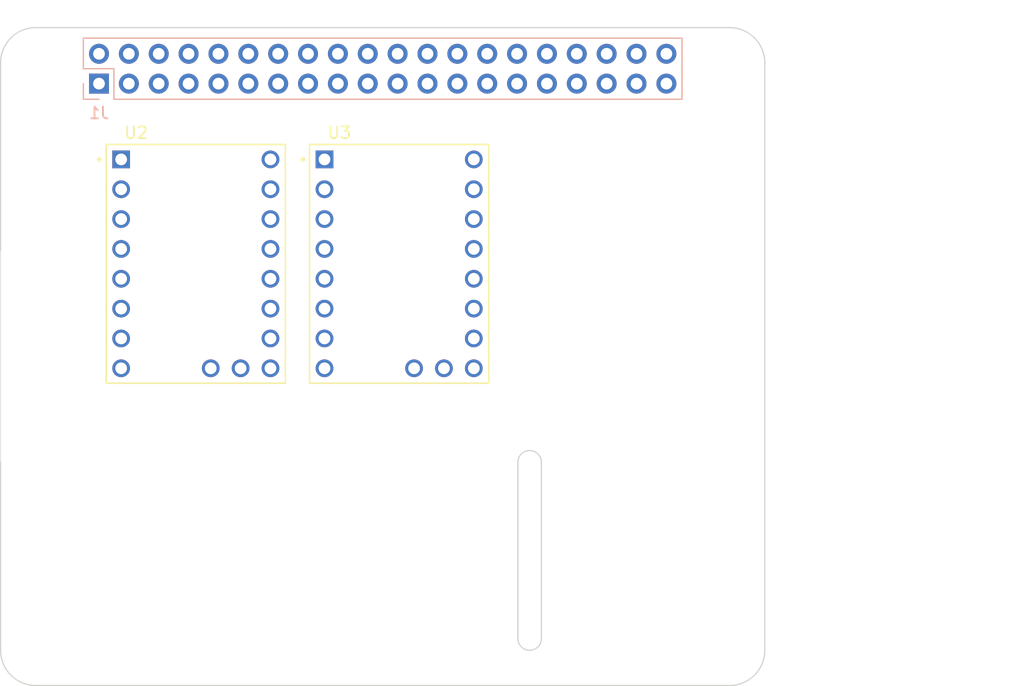
<source format=kicad_pcb>
(kicad_pcb (version 20240108) (generator "pcbnew") (generator_version "8.0")
  (title_block (date "15 nov 2012"))
  (layers (0 "F.Cu" signal) (31 "B.Cu" signal) (34 "B.Paste" user) (35 "F.Paste" user) (36 "B.SilkS" user "B.Silkscreen") (37 "F.SilkS" user "F.Silkscreen") (38 "B.Mask" user) (39 "F.Mask" user) (44 "Edge.Cuts" user))
  (net 0 "")
  (net 1 "GND")
  (net 2 "/GPIO2{slash}SDA1")
  (net 3 "/GPIO3{slash}SCL1")
  (net 4 "/GPIO4{slash}GPCLK0")
  (net 5 "/GPIO14{slash}TXD0")
  (net 6 "/GPIO15{slash}RXD0")
  (net 7 "/GPIO17")
  (net 8 "/GPIO18{slash}PCM.CLK")
  (net 9 "/GPIO27")
  (net 10 "/GPIO22")
  (net 11 "/GPIO23")
  (net 12 "/GPIO24")
  (net 13 "/GPIO10{slash}SPI0.MOSI")
  (net 14 "/GPIO9{slash}SPI0.MISO")
  (net 15 "/GPIO25")
  (net 16 "/GPIO11{slash}SPI0.SCLK")
  (net 17 "/GPIO8{slash}SPI0.CE0")
  (net 18 "/GPIO7{slash}SPI0.CE1")
  (net 19 "/ID_SDA")
  (net 20 "/ID_SCL")
  (net 21 "/GPIO5")
  (net 22 "/GPIO6")
  (net 23 "/GPIO12{slash}PWM0")
  (net 24 "/GPIO13{slash}PWM1")
  (net 25 "/GPIO19{slash}PCM.FS")
  (net 26 "/GPIO16")
  (net 27 "/GPIO26")
  (net 28 "/GPIO20{slash}PCM.DIN")
  (net 29 "/GPIO21{slash}PCM.DOUT")
  (net 30 "+5V")
  (net 31 "+3V3")
  (net 46 "Net-(U2-GND-Pad1)")
  (net 57 "Net-(U3-GND-Pad1)")
  (footprint "MountingHole:MountingHole_2.7mm_M2.5" (layer "F.Cu") (at 161.5 47.5)
    (property "Reference" "MH2" (hide yes))
    (property "Value" "MountingHole_2.7mm_M2.5" (hide yes))
    (pad "" np_thru_hole circle (at 0 0) (size 2.7 2.7) (drill 2.7) (layers "*.Cu" "*.Mask"))
  )
  (footprint "TMC2209_SILENTSTEPSTICK:MODULE_TMC2209_SILENTSTEPSTICK" (layer "F.Cu") (at 116.605 64.11)
    (property "Reference" "U2" (at -5.075 -11.155 0) (layer "F.SilkS"))
    (property "Value" "TMC2209_SILENTSTEPSTICK")
    (fp_line (start -7.62 -10.16) (end 7.62 -10.16) (stroke (width 0.127)) (layer "F.SilkS"))
    (fp_line (start -7.62 10.16) (end -7.62 -10.16) (stroke (width 0.127)) (layer "F.SilkS"))
    (fp_line (start 7.62 -10.16) (end 7.62 10.16) (stroke (width 0.127)) (layer "F.SilkS"))
    (fp_line (start 7.62 10.16) (end -7.62 10.16) (stroke (width 0.127)) (layer "F.SilkS"))
    (fp_circle (center -8.2 -8.89) (end -8.1 -8.89) (stroke (width 0.2)) (fill none) (layer "F.SilkS"))
    (pad "1" thru_hole rect (at -6.35 -8.89) (size 1.508 1.508) (drill 1) (layers "*.Cu" "*.Mask") (net 46 "Net-(U2-GND-Pad1)"))
    (pad "2" thru_hole circle (at -6.35 -6.35) (size 1.508 1.508) (drill 1) (layers "*.Cu" "*.Mask"))
    (pad "3" thru_hole circle (at -6.35 -3.81) (size 1.508 1.508) (drill 1) (layers "*.Cu" "*.Mask"))
    (pad "4" thru_hole circle (at -6.35 -1.27) (size 1.508 1.508) (drill 1) (layers "*.Cu" "*.Mask"))
    (pad "5" thru_hole circle (at -6.35 1.27) (size 1.508 1.508) (drill 1) (layers "*.Cu" "*.Mask"))
    (pad "6" thru_hole circle (at -6.35 3.81) (size 1.508 1.508) (drill 1) (layers "*.Cu" "*.Mask"))
    (pad "7" thru_hole circle (at -6.35 6.35) (size 1.508 1.508) (drill 1) (layers "*.Cu" "*.Mask") (net 46 "Net-(U2-GND-Pad1)"))
    (pad "8" thru_hole circle (at -6.35 8.89) (size 1.508 1.508) (drill 1) (layers "*.Cu" "*.Mask"))
    (pad "9" thru_hole circle (at 6.35 -8.89) (size 1.508 1.508) (drill 1) (layers "*.Cu" "*.Mask"))
    (pad "10" thru_hole circle (at 6.35 -6.35) (size 1.508 1.508) (drill 1) (layers "*.Cu" "*.Mask"))
    (pad "11" thru_hole circle (at 6.35 -3.81) (size 1.508 1.508) (drill 1) (layers "*.Cu" "*.Mask"))
    (pad "12" thru_hole circle (at 6.35 -1.27) (size 1.508 1.508) (drill 1) (layers "*.Cu" "*.Mask"))
    (pad "13" thru_hole circle (at 6.35 1.27) (size 1.508 1.508) (drill 1) (layers "*.Cu" "*.Mask"))
    (pad "14" thru_hole circle (at 6.35 3.81) (size 1.508 1.508) (drill 1) (layers "*.Cu" "*.Mask"))
    (pad "15" thru_hole circle (at 6.35 6.35) (size 1.508 1.508) (drill 1) (layers "*.Cu" "*.Mask"))
    (pad "16" thru_hole circle (at 6.35 8.89) (size 1.508 1.508) (drill 1) (layers "*.Cu" "*.Mask"))
    (pad "17" thru_hole circle (at 1.27 8.89) (size 1.508 1.508) (drill 1) (layers "*.Cu" "*.Mask"))
    (pad "18" thru_hole circle (at 3.81 8.89) (size 1.508 1.508) (drill 1) (layers "*.Cu" "*.Mask"))
  )
  (footprint "TMC2209_SILENTSTEPSTICK:MODULE_TMC2209_SILENTSTEPSTICK" (layer "F.Cu") (at 133.9 64.11)
    (property "Reference" "U3" (at -5.075 -11.155 0) (layer "F.SilkS"))
    (property "Value" "TMC2209_SILENTSTEPSTICK")
    (fp_line (start -7.62 -10.16) (end 7.62 -10.16) (stroke (width 0.127)) (layer "F.SilkS"))
    (fp_line (start -7.62 10.16) (end -7.62 -10.16) (stroke (width 0.127)) (layer "F.SilkS"))
    (fp_line (start 7.62 -10.16) (end 7.62 10.16) (stroke (width 0.127)) (layer "F.SilkS"))
    (fp_line (start 7.62 10.16) (end -7.62 10.16) (stroke (width 0.127)) (layer "F.SilkS"))
    (fp_circle (center -8.2 -8.89) (end -8.1 -8.89) (stroke (width 0.2)) (fill none) (layer "F.SilkS"))
    (pad "1" thru_hole rect (at -6.35 -8.89) (size 1.508 1.508) (drill 1) (layers "*.Cu" "*.Mask") (net 57 "Net-(U3-GND-Pad1)"))
    (pad "2" thru_hole circle (at -6.35 -6.35) (size 1.508 1.508) (drill 1) (layers "*.Cu" "*.Mask"))
    (pad "3" thru_hole circle (at -6.35 -3.81) (size 1.508 1.508) (drill 1) (layers "*.Cu" "*.Mask"))
    (pad "4" thru_hole circle (at -6.35 -1.27) (size 1.508 1.508) (drill 1) (layers "*.Cu" "*.Mask"))
    (pad "5" thru_hole circle (at -6.35 1.27) (size 1.508 1.508) (drill 1) (layers "*.Cu" "*.Mask"))
    (pad "6" thru_hole circle (at -6.35 3.81) (size 1.508 1.508) (drill 1) (layers "*.Cu" "*.Mask"))
    (pad "7" thru_hole circle (at -6.35 6.35) (size 1.508 1.508) (drill 1) (layers "*.Cu" "*.Mask") (net 57 "Net-(U3-GND-Pad1)"))
    (pad "8" thru_hole circle (at -6.35 8.89) (size 1.508 1.508) (drill 1) (layers "*.Cu" "*.Mask"))
    (pad "9" thru_hole circle (at 6.35 -8.89) (size 1.508 1.508) (drill 1) (layers "*.Cu" "*.Mask"))
    (pad "10" thru_hole circle (at 6.35 -6.35) (size 1.508 1.508) (drill 1) (layers "*.Cu" "*.Mask"))
    (pad "11" thru_hole circle (at 6.35 -3.81) (size 1.508 1.508) (drill 1) (layers "*.Cu" "*.Mask"))
    (pad "12" thru_hole circle (at 6.35 -1.27) (size 1.508 1.508) (drill 1) (layers "*.Cu" "*.Mask"))
    (pad "13" thru_hole circle (at 6.35 1.27) (size 1.508 1.508) (drill 1) (layers "*.Cu" "*.Mask"))
    (pad "14" thru_hole circle (at 6.35 3.81) (size 1.508 1.508) (drill 1) (layers "*.Cu" "*.Mask"))
    (pad "15" thru_hole circle (at 6.35 6.35) (size 1.508 1.508) (drill 1) (layers "*.Cu" "*.Mask"))
    (pad "16" thru_hole circle (at 6.35 8.89) (size 1.508 1.508) (drill 1) (layers "*.Cu" "*.Mask"))
    (pad "17" thru_hole circle (at 1.27 8.89) (size 1.508 1.508) (drill 1) (layers "*.Cu" "*.Mask"))
    (pad "18" thru_hole circle (at 3.81 8.89) (size 1.508 1.508) (drill 1) (layers "*.Cu" "*.Mask"))
  )
  (footprint "MountingHole:MountingHole_2.7mm_M2.5" (layer "F.Cu") (at 103.5 96.5)
    (property "Reference" "MH3" (hide yes))
    (property "Value" "MountingHole_2.7mm_M2.5" (hide yes))
    (pad "" np_thru_hole circle (at 0 0) (size 2.7 2.7) (drill 2.7) (layers "*.Cu" "*.Mask"))
  )
  (footprint "MountingHole:MountingHole_2.7mm_M2.5" (layer "F.Cu") (at 103.5 47.5)
    (property "Reference" "MH1" (hide yes))
    (property "Value" "MountingHole_2.7mm_M2.5" (hide yes))
    (pad "" np_thru_hole circle (at 0 0) (size 2.7 2.7) (drill 2.7) (layers "*.Cu" "*.Mask"))
  )
  (footprint "MountingHole:MountingHole_2.7mm_M2.5" (layer "F.Cu") (at 161.5 96.5)
    (property "Reference" "MH4" (hide yes))
    (property "Value" "MountingHole_2.7mm_M2.5" (hide yes))
    (pad "" np_thru_hole circle (at 0 0) (size 2.7 2.7) (drill 2.7) (layers "*.Cu" "*.Mask"))
  )
  (footprint "Connector_PinSocket_2.54mm:PinSocket_2x20_P2.54mm_Vertical" (layer "B.Cu") (at 108.37 48.77 -90)
    (property "Reference" "J1" (at 2.5 0 0) (layer "B.SilkS") (effects (justify mirror)))
    (property "Value" "GPIO")
    (fp_line (start -3.87 1.33) (end -1.27 1.33) (stroke (width 0.12)) (layer "B.SilkS"))
    (fp_line (start -3.87 1.33) (end -3.87 -49.59) (stroke (width 0.12)) (layer "B.SilkS"))
    (fp_line (start -1.27 1.33) (end -1.27 -1.27) (stroke (width 0.12)) (layer "B.SilkS"))
    (fp_line (start 0 1.33) (end 1.33 1.33) (stroke (width 0.12)) (layer "B.SilkS"))
    (fp_line (start 1.33 1.33) (end 1.33 0) (stroke (width 0.12)) (layer "B.SilkS"))
    (fp_line (start -1.27 -1.27) (end 1.33 -1.27) (stroke (width 0.12)) (layer "B.SilkS"))
    (fp_line (start 1.33 -1.27) (end 1.33 -49.59) (stroke (width 0.12)) (layer "B.SilkS"))
    (fp_line (start -3.87 -49.59) (end 1.33 -49.59) (stroke (width 0.12)) (layer "B.SilkS"))
    (pad "1" thru_hole rect (at 0 0 270) (size 1.7 1.7) (drill 1) (layers "*.Cu" "*.Mask") (net 31 "+3V3"))
    (pad "2" thru_hole oval (at -2.54 0 270) (size 1.7 1.7) (drill 1) (layers "*.Cu" "*.Mask") (net 30 "+5V"))
    (pad "3" thru_hole oval (at 0 -2.54 270) (size 1.7 1.7) (drill 1) (layers "*.Cu" "*.Mask") (net 2 "/GPIO2{slash}SDA1"))
    (pad "4" thru_hole oval (at -2.54 -2.54 270) (size 1.7 1.7) (drill 1) (layers "*.Cu" "*.Mask") (net 30 "+5V"))
    (pad "5" thru_hole oval (at 0 -5.08 270) (size 1.7 1.7) (drill 1) (layers "*.Cu" "*.Mask") (net 3 "/GPIO3{slash}SCL1"))
    (pad "6" thru_hole oval (at -2.54 -5.08 270) (size 1.7 1.7) (drill 1) (layers "*.Cu" "*.Mask") (net 1 "GND"))
    (pad "7" thru_hole oval (at 0 -7.62 270) (size 1.7 1.7) (drill 1) (layers "*.Cu" "*.Mask") (net 4 "/GPIO4{slash}GPCLK0"))
    (pad "8" thru_hole oval (at -2.54 -7.62 270) (size 1.7 1.7) (drill 1) (layers "*.Cu" "*.Mask") (net 5 "/GPIO14{slash}TXD0"))
    (pad "9" thru_hole oval (at 0 -10.16 270) (size 1.7 1.7) (drill 1) (layers "*.Cu" "*.Mask") (net 1 "GND"))
    (pad "10" thru_hole oval (at -2.54 -10.16 270) (size 1.7 1.7) (drill 1) (layers "*.Cu" "*.Mask") (net 6 "/GPIO15{slash}RXD0"))
    (pad "11" thru_hole oval (at 0 -12.7 270) (size 1.7 1.7) (drill 1) (layers "*.Cu" "*.Mask") (net 7 "/GPIO17"))
    (pad "12" thru_hole oval (at -2.54 -12.7 270) (size 1.7 1.7) (drill 1) (layers "*.Cu" "*.Mask") (net 8 "/GPIO18{slash}PCM.CLK"))
    (pad "13" thru_hole oval (at 0 -15.24 270) (size 1.7 1.7) (drill 1) (layers "*.Cu" "*.Mask") (net 9 "/GPIO27"))
    (pad "14" thru_hole oval (at -2.54 -15.24 270) (size 1.7 1.7) (drill 1) (layers "*.Cu" "*.Mask") (net 1 "GND"))
    (pad "15" thru_hole oval (at 0 -17.78 270) (size 1.7 1.7) (drill 1) (layers "*.Cu" "*.Mask") (net 10 "/GPIO22"))
    (pad "16" thru_hole oval (at -2.54 -17.78 270) (size 1.7 1.7) (drill 1) (layers "*.Cu" "*.Mask") (net 11 "/GPIO23"))
    (pad "17" thru_hole oval (at 0 -20.32 270) (size 1.7 1.7) (drill 1) (layers "*.Cu" "*.Mask") (net 31 "+3V3"))
    (pad "18" thru_hole oval (at -2.54 -20.32 270) (size 1.7 1.7) (drill 1) (layers "*.Cu" "*.Mask") (net 12 "/GPIO24"))
    (pad "19" thru_hole oval (at 0 -22.86 270) (size 1.7 1.7) (drill 1) (layers "*.Cu" "*.Mask") (net 13 "/GPIO10{slash}SPI0.MOSI"))
    (pad "20" thru_hole oval (at -2.54 -22.86 270) (size 1.7 1.7) (drill 1) (layers "*.Cu" "*.Mask") (net 1 "GND"))
    (pad "21" thru_hole oval (at 0 -25.4 270) (size 1.7 1.7) (drill 1) (layers "*.Cu" "*.Mask") (net 14 "/GPIO9{slash}SPI0.MISO"))
    (pad "22" thru_hole oval (at -2.54 -25.4 270) (size 1.7 1.7) (drill 1) (layers "*.Cu" "*.Mask") (net 15 "/GPIO25"))
    (pad "23" thru_hole oval (at 0 -27.94 270) (size 1.7 1.7) (drill 1) (layers "*.Cu" "*.Mask") (net 16 "/GPIO11{slash}SPI0.SCLK"))
    (pad "24" thru_hole oval (at -2.54 -27.94 270) (size 1.7 1.7) (drill 1) (layers "*.Cu" "*.Mask") (net 17 "/GPIO8{slash}SPI0.CE0"))
    (pad "25" thru_hole oval (at 0 -30.48 270) (size 1.7 1.7) (drill 1) (layers "*.Cu" "*.Mask") (net 1 "GND"))
    (pad "26" thru_hole oval (at -2.54 -30.48 270) (size 1.7 1.7) (drill 1) (layers "*.Cu" "*.Mask") (net 18 "/GPIO7{slash}SPI0.CE1"))
    (pad "27" thru_hole oval (at 0 -33.02 270) (size 1.7 1.7) (drill 1) (layers "*.Cu" "*.Mask") (net 19 "/ID_SDA"))
    (pad "28" thru_hole oval (at -2.54 -33.02 270) (size 1.7 1.7) (drill 1) (layers "*.Cu" "*.Mask") (net 20 "/ID_SCL"))
    (pad "29" thru_hole oval (at 0 -35.56 270) (size 1.7 1.7) (drill 1) (layers "*.Cu" "*.Mask") (net 21 "/GPIO5"))
    (pad "30" thru_hole oval (at -2.54 -35.56 270) (size 1.7 1.7) (drill 1) (layers "*.Cu" "*.Mask") (net 1 "GND"))
    (pad "31" thru_hole oval (at 0 -38.1 270) (size 1.7 1.7) (drill 1) (layers "*.Cu" "*.Mask") (net 22 "/GPIO6"))
    (pad "32" thru_hole oval (at -2.54 -38.1 270) (size 1.7 1.7) (drill 1) (layers "*.Cu" "*.Mask") (net 23 "/GPIO12{slash}PWM0"))
    (pad "33" thru_hole oval (at 0 -40.64 270) (size 1.7 1.7) (drill 1) (layers "*.Cu" "*.Mask") (net 24 "/GPIO13{slash}PWM1"))
    (pad "34" thru_hole oval (at -2.54 -40.64 270) (size 1.7 1.7) (drill 1) (layers "*.Cu" "*.Mask") (net 1 "GND"))
    (pad "35" thru_hole oval (at 0 -43.18 270) (size 1.7 1.7) (drill 1) (layers "*.Cu" "*.Mask") (net 25 "/GPIO19{slash}PCM.FS"))
    (pad "36" thru_hole oval (at -2.54 -43.18 270) (size 1.7 1.7) (drill 1) (layers "*.Cu" "*.Mask") (net 26 "/GPIO16"))
    (pad "37" thru_hole oval (at 0 -45.72 270) (size 1.7 1.7) (drill 1) (layers "*.Cu" "*.Mask") (net 27 "/GPIO26"))
    (pad "38" thru_hole oval (at -2.54 -45.72 270) (size 1.7 1.7) (drill 1) (layers "*.Cu" "*.Mask") (net 28 "/GPIO20{slash}PCM.DIN"))
    (pad "39" thru_hole oval (at 0 -48.26 270) (size 1.7 1.7) (drill 1) (layers "*.Cu" "*.Mask") (net 1 "GND"))
    (pad "40" thru_hole oval (at -2.54 -48.26 270) (size 1.7 1.7) (drill 1) (layers "*.Cu" "*.Mask") (net 29 "/GPIO21{slash}PCM.DOUT"))
  )
  (gr_arc (start 162 44) (mid 164.12132 44.87868) (end 165 47) (stroke (width 0.1)) (layer "Edge.Cuts"))
  (gr_line (start 165 97) (end 165 47) (stroke (width 0.1)) (layer "Edge.Cuts"))
  (gr_line (start 100 47) (end 100 63) (stroke (width 0.1)) (layer "Edge.Cuts"))
  (gr_line (start 146 81) (end 146 96) (stroke (width 0.1)) (layer "Edge.Cuts"))
  (gr_line (start 144 96) (end 144 81) (stroke (width 0.1)) (layer "Edge.Cuts"))
  (gr_arc (start 103 100) (mid 100.87868 99.12132) (end 100 97) (stroke (width 0.1)) (layer "Edge.Cuts"))
  (gr_line (start 103 100) (end 162 100) (stroke (width 0.1)) (layer "Edge.Cuts"))
  (gr_arc (start 144 81) (mid 145 80) (end 146 81) (stroke (width 0.1)) (layer "Edge.Cuts"))
  (gr_arc (start 165 97) (mid 164.12132 99.12132) (end 162 100) (stroke (width 0.1)) (layer "Edge.Cuts"))
  (gr_arc (start 100 47) (mid 100.87868 44.87868) (end 103 44) (stroke (width 0.1)) (layer "Edge.Cuts"))
  (gr_line (start 100 63) (end 100 81) (stroke (width 0.05)) (layer "Edge.Cuts"))
  (gr_arc (start 146 96) (mid 145 97) (end 144 96) (stroke (width 0.1)) (layer "Edge.Cuts"))
  (gr_line (start 100 81) (end 100 97) (stroke (width 0.1)) (layer "Edge.Cuts"))
  (gr_line (start 162 44) (end 103 44) (stroke (width 0.1)) (layer "Edge.Cuts"))
)
</source>
